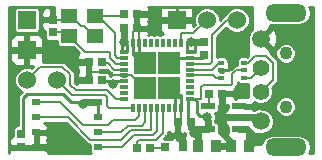
<source format=gtl>
G04 #@! TF.FileFunction,Copper,L1,Top,Signal*
%FSLAX46Y46*%
G04 Gerber Fmt 4.6, Leading zero omitted, Abs format (unit mm)*
G04 Created by KiCad (PCBNEW 4.0.2+dfsg1-stable) date Thu 01 Sep 2016 08:28:52 AM JST*
%MOMM*%
G01*
G04 APERTURE LIST*
%ADD10C,0.150000*%
%ADD11R,1.524000X1.524000*%
%ADD12C,1.524000*%
%ADD13R,0.500380X0.398780*%
%ADD14R,0.749300X0.500380*%
%ADD15R,1.198880X0.548640*%
%ADD16R,0.797560X0.797560*%
%ADD17O,3.500120X1.501140*%
%ADD18C,1.399540*%
%ADD19C,1.518920*%
%ADD20C,1.099820*%
%ADD21R,1.905000X1.905000*%
%ADD22R,0.749300X0.299720*%
%ADD23R,0.299720X0.749300*%
%ADD24R,1.397000X1.193800*%
%ADD25R,0.698500X0.800100*%
%ADD26R,0.800100X0.698500*%
%ADD27R,0.899160X1.000760*%
%ADD28C,0.800100*%
%ADD29C,0.200660*%
%ADD30C,0.599440*%
%ADD31C,0.294640*%
%ADD32C,0.248920*%
%ADD33C,0.254000*%
G04 APERTURE END LIST*
D10*
D11*
X-7112000Y5080000D03*
D12*
X-4572000Y5080000D03*
X-2032000Y5080000D03*
D13*
X-3337560Y1463040D03*
X-3337560Y812800D03*
X-3337560Y162560D03*
X-1437640Y162560D03*
X-1437640Y812800D03*
X-1437640Y1463040D03*
D14*
X-13759180Y-3175000D03*
X-13759180Y-1905000D03*
X-13759180Y-4445000D03*
X-19006820Y-1905000D03*
X-19006820Y-3175000D03*
X-19006820Y-4445000D03*
X-19006820Y-5715000D03*
X-13759180Y-5715000D03*
D12*
X-19812000Y0D03*
X-17272000Y0D03*
D11*
X-19812000Y5080000D03*
X-19812000Y2540000D03*
D15*
X-1851660Y-4124960D03*
X-1851660Y-3175000D03*
X-1851660Y-2225040D03*
X-4447540Y-2225040D03*
X-4449600Y-4125000D03*
D16*
X-8115300Y-5689600D03*
X-6616700Y-5689600D03*
D17*
X2100580Y5699760D03*
X2100580Y-5699760D03*
D18*
X0Y-1000760D03*
X0Y1000760D03*
D19*
X0Y-3500120D03*
X0Y3500120D03*
D20*
X2100580Y-2250440D03*
X2100580Y2250440D03*
D21*
X-9829800Y-660400D03*
X-7747000Y-660400D03*
X-7747000Y1422400D03*
D22*
X-11564620Y2382520D03*
X-11564620Y1882140D03*
X-11564620Y1381760D03*
X-11564620Y881380D03*
X-11564620Y381000D03*
X-11564620Y-119380D03*
X-11564620Y-619760D03*
X-11564620Y-1120140D03*
X-11564620Y-1620520D03*
D23*
X-10789920Y-2395220D03*
X-10289540Y-2395220D03*
X-9789160Y-2395220D03*
X-9288780Y-2395220D03*
X-8788400Y-2395220D03*
X-8288020Y-2395220D03*
X-7787640Y-2395220D03*
X-7287260Y-2395220D03*
X-6786880Y-2395220D03*
D22*
X-6012180Y-1620520D03*
X-6012180Y-1120140D03*
X-6012180Y-619760D03*
X-6012180Y-119380D03*
X-6012180Y381000D03*
X-6012180Y881380D03*
X-6012180Y1381760D03*
X-6012180Y1882140D03*
X-6012180Y2382520D03*
D23*
X-6786880Y3157220D03*
X-7287260Y3157220D03*
X-7787640Y3157220D03*
X-8288020Y3157220D03*
X-8788400Y3157220D03*
X-9288780Y3157220D03*
X-9789160Y3157220D03*
X-10289540Y3157220D03*
X-10789920Y3157220D03*
D21*
X-9829800Y1422400D03*
D24*
X-16212820Y3721100D03*
X-16212820Y5422900D03*
X-14013180Y5422900D03*
X-14013180Y3721100D03*
D25*
X-20320000Y-5679440D03*
X-20320000Y-4582160D03*
D26*
X-4358640Y-1168400D03*
X-3261360Y-1168400D03*
D25*
X-17627600Y4023360D03*
X-17627600Y5120640D03*
D26*
X-14569440Y0D03*
X-13472160Y0D03*
X-10525760Y4368800D03*
X-11623040Y4368800D03*
X-7025640Y-3556000D03*
X-5928360Y-3556000D03*
D25*
X-4800600Y2092960D03*
X-4800600Y3190240D03*
D26*
X-11623040Y5588000D03*
X-10525760Y5588000D03*
X-13472160Y1524000D03*
X-14569440Y1524000D03*
X-9382760Y-5740400D03*
X-10480040Y-5740400D03*
D27*
X-5323840Y-5588000D03*
X-3820160Y-5588000D03*
X-1026160Y-5588000D03*
X-2529840Y-5588000D03*
D28*
X-18046700Y-5727700D03*
X-7772400Y1397000D03*
X-7772400Y-635000D03*
X-9804400Y-635000D03*
X-9804400Y1397000D03*
X-6832600Y-4914900D03*
X-5918200Y3200400D03*
X-4521200Y-3149600D03*
X-15036800Y-2032000D03*
X-5689600Y-4521200D03*
X-11582400Y3200400D03*
X-12542520Y-325120D03*
D29*
X-9789160Y-3583940D02*
X-10058400Y-3853180D01*
X-10058400Y-3853180D02*
X-11219180Y-3853180D01*
X-11219180Y-3853180D02*
X-11811000Y-4445000D01*
X-11811000Y-4445000D02*
X-13759180Y-4445000D01*
X-9789160Y-2395220D02*
X-9789160Y-3583940D01*
X-3566160Y1463040D02*
X-4147820Y881380D01*
X-4147820Y881380D02*
X-6012180Y881380D01*
X-3337560Y1463040D02*
X-3566160Y1463040D01*
X-1076960Y1463040D02*
X-482600Y2057400D01*
X-482600Y2057400D02*
X457200Y2057400D01*
X457200Y2057400D02*
X1041400Y1473200D01*
X1041400Y1473200D02*
X1041400Y40640D01*
X1041400Y40640D02*
X0Y-1000760D01*
X-1437640Y1463040D02*
X-1076960Y1463040D01*
X-4038600Y381000D02*
X-3820160Y162560D01*
X-3820160Y162560D02*
X-3337560Y162560D01*
X-6012180Y381000D02*
X-4038600Y381000D01*
X-838200Y162560D02*
X0Y1000760D01*
X-1437640Y162560D02*
X-838200Y162560D01*
X-8288020Y-4478020D02*
X-8890000Y-5080000D01*
X-8890000Y-5080000D02*
X-10287000Y-5080000D01*
X-10287000Y-5080000D02*
X-10480040Y-5273040D01*
X-10480040Y-5273040D02*
X-10480040Y-5740400D01*
X-8288020Y-2395220D02*
X-8288020Y-4478020D01*
X-9288780Y-4203700D02*
X-9347200Y-4262120D01*
X-9347200Y-4262120D02*
X-11018520Y-4262120D01*
X-11018520Y-4262120D02*
X-11836400Y-5080000D01*
X-11836400Y-5080000D02*
X-14427200Y-5080000D01*
X-14427200Y-5080000D02*
X-16332200Y-3175000D01*
X-16332200Y-3175000D02*
X-19006820Y-3175000D01*
X-9288780Y-2395220D02*
X-9288780Y-4203700D01*
X-8788400Y-4343400D02*
X-9116060Y-4671060D01*
X-9116060Y-4671060D02*
X-10716260Y-4671060D01*
X-10716260Y-4671060D02*
X-11760200Y-5715000D01*
X-11760200Y-5715000D02*
X-13759180Y-5715000D01*
X-8788400Y-2395220D02*
X-8788400Y-4343400D01*
X-12412980Y881380D02*
X-12954000Y1422400D01*
X-12954000Y1422400D02*
X-13370560Y1422400D01*
X-13370560Y1422400D02*
X-13472160Y1524000D01*
X-11564620Y881380D02*
X-12412980Y881380D01*
X-10289540Y-3065780D02*
X-10627360Y-3403600D01*
X-10627360Y-3403600D02*
X-12547600Y-3403600D01*
X-12547600Y-3403600D02*
X-12954000Y-3810000D01*
X-12954000Y-3810000D02*
X-15087600Y-3810000D01*
X-15087600Y-3810000D02*
X-16992600Y-1905000D01*
X-16992600Y-1905000D02*
X-19006820Y-1905000D01*
X-10289540Y-2395220D02*
X-10289540Y-3065780D01*
X-13804900Y5422900D02*
X-12341860Y3959860D01*
X-12341860Y3959860D02*
X-12341860Y2080260D01*
X-12341860Y2080260D02*
X-12143740Y1882140D01*
X-12143740Y1882140D02*
X-11564620Y1882140D01*
X-14013180Y5422900D02*
X-13804900Y5422900D01*
X-11788140Y5422900D02*
X-11623040Y5588000D01*
X-14013180Y5422900D02*
X-11788140Y5422900D01*
X-16040100Y3721100D02*
X-16179800Y3860800D01*
X-16179800Y3860800D02*
X-16179800Y3657600D01*
X-16179800Y3657600D02*
X-14859000Y2336800D01*
X-14859000Y2336800D02*
X-12750800Y2336800D01*
X-12750800Y2336800D02*
X-12750800Y2336800D01*
X-12750800Y2336800D02*
X-12750800Y1828800D01*
X-12750800Y1828800D02*
X-12303760Y1381760D01*
X-12303760Y1381760D02*
X-11564620Y1381760D01*
X-16212820Y3721100D02*
X-16040100Y3721100D01*
X-16489680Y4023360D02*
X-16212820Y3721100D01*
X-17627600Y4023360D02*
X-16489680Y4023360D01*
X-12247880Y-1620520D02*
X-13007340Y-861060D01*
X-13007340Y-861060D02*
X-15674340Y-861060D01*
X-15674340Y-861060D02*
X-16141700Y-393700D01*
X-16141700Y-393700D02*
X-16141700Y469900D01*
X-16141700Y469900D02*
X-16802100Y1130300D01*
X-16802100Y1130300D02*
X-18681700Y1130300D01*
X-18681700Y1130300D02*
X-19812000Y0D01*
X-11564620Y-1620520D02*
X-12247880Y-1620520D01*
X-12844780Y-2395220D02*
X-13004800Y-2235200D01*
X-13004800Y-2235200D02*
X-13004800Y-1473200D01*
X-13004800Y-1473200D02*
X-13208000Y-1270000D01*
X-13208000Y-1270000D02*
X-16002000Y-1270000D01*
X-16002000Y-1270000D02*
X-17272000Y0D01*
X-10789920Y-2395220D02*
X-12844780Y-2395220D01*
X-6786880Y3881120D02*
X-6731000Y3937000D01*
X-6731000Y3937000D02*
X-5715000Y3937000D01*
X-5715000Y3937000D02*
X-4572000Y5080000D01*
X-6786880Y3157220D02*
X-6786880Y3881120D01*
X-4282440Y1381760D02*
X-4127500Y1536700D01*
X-4127500Y1536700D02*
X-4127500Y3848100D01*
X-4127500Y3848100D02*
X-2895600Y5080000D01*
X-2895600Y5080000D02*
X-2032000Y5080000D01*
X-6012180Y1381760D02*
X-4282440Y1381760D01*
D30*
X-1209040Y-4124960D02*
X-558800Y-4775200D01*
X-558800Y-4775200D02*
X152400Y-4775200D01*
X-1831340Y-4124960D02*
X-1209040Y-4124960D01*
X-965200Y-5588000D02*
X-609600Y-5232400D01*
X-609600Y-5232400D02*
X-101600Y-5232400D01*
X-1026160Y-5588000D02*
X-965200Y-5588000D01*
X-1209040Y-4124960D02*
X-1831340Y-4124960D01*
X-1026160Y-4307840D02*
X-1209040Y-4124960D01*
X-1026160Y-5588000D02*
X-1026160Y-4307840D01*
D29*
X-1209040Y-4124960D02*
X-1831340Y-4124960D01*
X535940Y-2225040D02*
X1295400Y-2984500D01*
X1295400Y-2984500D02*
X1295400Y-4292600D01*
X1295400Y-4292600D02*
X965200Y-4622800D01*
X965200Y-4622800D02*
X-711200Y-4622800D01*
X-711200Y-4622800D02*
X-1209040Y-4124960D01*
X-1831340Y-2225040D02*
X535940Y-2225040D01*
X-11564620Y381000D02*
X-10971200Y381000D01*
X-10971200Y381000D02*
X-9929800Y-660400D01*
D30*
X-3237700Y-3137700D02*
X-3237700Y-4562300D01*
X-3237700Y-4562300D02*
X-2529840Y-5270160D01*
X-2529840Y-5270160D02*
X-2529840Y-5588000D01*
D29*
X-19042380Y-5679440D02*
X-19006820Y-5643880D01*
X-19006820Y-5643880D02*
X-19006820Y-4445000D01*
X-20320000Y-5679440D02*
X-19042380Y-5679440D01*
X-12522200Y381000D02*
X-12852400Y711200D01*
X-12852400Y711200D02*
X-14579600Y711200D01*
X-14579600Y711200D02*
X-14569440Y721360D01*
X-14569440Y721360D02*
X-14569440Y1524000D01*
X-11564620Y381000D02*
X-12522200Y381000D01*
X-14569440Y0D02*
X-14569440Y721360D01*
X-7287260Y-3294380D02*
X-7025640Y-3556000D01*
X-7287260Y-2395220D02*
X-7287260Y-3294380D01*
X-6786880Y-3317240D02*
X-7025640Y-3556000D01*
X-6786880Y-2395220D02*
X-6786880Y-3317240D01*
X-10789920Y4104640D02*
X-10525760Y4368800D01*
X-10789920Y3157220D02*
X-10789920Y4104640D01*
X-10289540Y4132580D02*
X-10525760Y4368800D01*
X-10289540Y3157220D02*
X-10289540Y4132580D01*
X-7025640Y-4378960D02*
X-6616700Y-4787900D01*
X-7025640Y-3556000D02*
X-7025640Y-4378960D01*
X-16489680Y5120640D02*
X-16212820Y5422900D01*
X-17627600Y5120640D02*
X-16489680Y5120640D01*
X-16090900Y5422900D02*
X-15240000Y4572000D01*
X-15240000Y4572000D02*
X-14986000Y4572000D01*
X-14986000Y4572000D02*
X-14135100Y3721100D01*
X-14135100Y3721100D02*
X-14013180Y3721100D01*
X-16212820Y5422900D02*
X-15963900Y5422900D01*
D30*
X-325120Y-3175000D02*
X0Y-3500120D01*
X-1831340Y-3175000D02*
X-325120Y-3175000D01*
X-18046700Y-5727700D02*
X-18059400Y-5715000D01*
X-18059400Y-5715000D02*
X-19006820Y-5715000D01*
X-3261360Y-3114040D02*
X-3237700Y-3137700D01*
X-3237700Y-3137700D02*
X-3200400Y-3175000D01*
X-3200400Y-3175000D02*
X-1831340Y-3175000D01*
X-3261360Y-1168400D02*
X-3261360Y-3114040D01*
D31*
X-5011420Y1882140D02*
X-4800600Y2092960D01*
X-6012180Y1882140D02*
X-5011420Y1882140D01*
X-6012180Y1882140D02*
X-7287260Y1882140D01*
X-9575800Y2108200D02*
X-9150000Y2100000D01*
X-10795000Y2108200D02*
X-9575800Y2108200D01*
X-10789920Y3157220D02*
X-10795000Y2108200D01*
X-10289540Y1882140D02*
X-10300000Y700000D01*
X-10289540Y3157220D02*
X-10289540Y1882140D01*
X-7287260Y-2395220D02*
X-7287260Y-1120140D01*
X-6790000Y-1300000D02*
X-8350000Y-1300000D01*
X-6786880Y-1620520D02*
X-6790000Y-1300000D01*
X-6786880Y-2395220D02*
X-6786880Y-1620520D01*
X-7112000Y6197600D02*
X-7010400Y6197600D01*
X-7010400Y6197600D02*
X-1473200Y6197600D01*
X-1473200Y6197600D02*
X-914400Y5638800D01*
X-914400Y5638800D02*
X-914400Y4368800D01*
X-914400Y4368800D02*
X-2692400Y2590800D01*
X-2692400Y2590800D02*
X-2692400Y863600D01*
X-2692400Y863600D02*
X-2743200Y812800D01*
X-2743200Y812800D02*
X-3337560Y812800D01*
X-7112000Y5080000D02*
X-7112000Y6197600D01*
X-8737600Y5588000D02*
X-8534400Y5791200D01*
X-8534400Y5791200D02*
X-8534400Y6146800D01*
X-8534400Y6146800D02*
X-8483600Y6197600D01*
X-8483600Y6197600D02*
X-7112000Y6197600D01*
X-10525760Y5588000D02*
X-8737600Y5588000D01*
X-10525760Y5588000D02*
X-10525760Y4368800D01*
D29*
X-6616700Y-4787900D02*
X-6616700Y-5689600D01*
D30*
X-6616700Y-5130800D02*
X-6832600Y-4914900D01*
X-6616700Y-5689600D02*
X-6616700Y-5130800D01*
D29*
X-1437640Y812800D02*
X-2087200Y812800D01*
X-5120520Y-1620520D02*
X-6012180Y-1620520D01*
X-5100000Y-1600000D02*
X-5120520Y-1620520D01*
X-5100000Y-600000D02*
X-5100000Y-1600000D01*
X-4900000Y-400000D02*
X-5100000Y-600000D01*
X-2500000Y-400000D02*
X-4900000Y-400000D01*
X-2400000Y-300000D02*
X-2500000Y-400000D01*
X-2400000Y500000D02*
X-2400000Y-300000D01*
X-2087200Y812800D02*
X-2400000Y500000D01*
D31*
X-20116800Y-1524000D02*
X-20116800Y-4267200D01*
X-20116800Y-4267200D02*
X-20320000Y-4582160D01*
X-19812000Y-1219200D02*
X-20116800Y-1524000D01*
X-16764000Y-1219200D02*
X-19812000Y-1219200D01*
X-16078200Y-1905000D02*
X-16764000Y-1219200D01*
X-13759180Y-1905000D02*
X-16078200Y-1905000D01*
X-13759180Y-3175000D02*
X-13759180Y-1905000D01*
D30*
X-11582400Y3200400D02*
X-11623040Y3368040D01*
X-11623040Y3368040D02*
X-11623040Y4368800D01*
D31*
X-6177280Y-3307080D02*
X-5928360Y-3556000D01*
X-6177280Y-1633220D02*
X-6177280Y-3307080D01*
X-5567680Y-1620520D02*
X-5435600Y-1752600D01*
X-5435600Y-1752600D02*
X-5435600Y-2768600D01*
X-5435600Y-2768600D02*
X-5130800Y-3073400D01*
X-5130800Y-3073400D02*
X-4732020Y-3073400D01*
X-4732020Y-3073400D02*
X-4467860Y-3345180D01*
X-4467860Y-3345180D02*
X-4467860Y-4124960D01*
X-6012180Y-1620520D02*
X-5567680Y-1620520D01*
X-11328400Y3035300D02*
X-11582400Y3200400D01*
X-11328400Y2387600D02*
X-11328400Y3035300D01*
X-11549380Y2382520D02*
X-11328400Y2387600D01*
X-11564620Y2382520D02*
X-11549380Y2382520D01*
X-11772900Y2387600D02*
X-11772900Y4076700D01*
X-11772900Y4076700D02*
X-11623040Y4368800D01*
X-11564620Y2382520D02*
X-11772900Y2387600D01*
D30*
X-5857240Y-4124960D02*
X-5928360Y-4053840D01*
X-5928360Y-4053840D02*
X-5928360Y-3556000D01*
X-4467860Y-4124960D02*
X-5857240Y-4124960D01*
X-5323840Y-4160520D02*
X-5288280Y-4124960D01*
X-5288280Y-4124960D02*
X-4467860Y-4124960D01*
X-5323840Y-5588000D02*
X-5323840Y-4160520D01*
X-6088380Y3195320D02*
X-4800600Y3190240D01*
X-4467860Y-3558540D02*
X-4521200Y-3149600D01*
X-4467860Y-4124960D02*
X-4467860Y-3558540D01*
X-15036800Y-2032000D02*
X-14909800Y-1905000D01*
X-5323840Y-4485640D02*
X-5689600Y-4521200D01*
X-14909800Y-1905000D02*
X-13759180Y-1905000D01*
X-5323840Y-5588000D02*
X-5323840Y-4485640D01*
D31*
X-5615940Y2382520D02*
X-5593080Y2402840D01*
X-5593080Y2402840D02*
X-5593080Y3088640D01*
X-5593080Y3088640D02*
X-5491480Y3190240D01*
X-5491480Y3190240D02*
X-4800600Y3190240D01*
X-6012180Y2382520D02*
X-5615940Y2382520D01*
X-6024880Y2382520D02*
X-6240780Y2382520D01*
X-6240780Y2382520D02*
X-6240780Y3220720D01*
X-6240780Y3220720D02*
X-6210300Y3225800D01*
X-6210300Y3225800D02*
X-5918200Y3200400D01*
X-6012180Y2382520D02*
X-6024880Y2382520D01*
X-5323840Y-4485640D02*
X-5323840Y-5588000D01*
D30*
X-12537440Y-325120D02*
X-12542520Y-325120D01*
D29*
X-12331700Y-119380D02*
X-12537440Y-325120D01*
X-11564620Y-119380D02*
X-12331700Y-119380D01*
D31*
X-13352780Y-119380D02*
X-13472160Y0D01*
X-11564620Y-119380D02*
X-13352780Y-119380D01*
D29*
X-4358640Y-2115820D02*
X-4467860Y-2225040D01*
X-4358640Y-1168400D02*
X-4358640Y-2115820D01*
X-8166100Y-5740400D02*
X-8115300Y-5689600D01*
X-9382760Y-5740400D02*
X-8166100Y-5740400D01*
D32*
G36*
X-17543780Y6145604D02*
X-17543780Y5710555D01*
X-17498060Y5664835D01*
X-17498060Y5250180D01*
X-17478060Y5250180D01*
X-17478060Y5200965D01*
X-17543780Y5135245D01*
X-17543780Y4971100D01*
X-17757140Y4971100D01*
X-17757140Y4991100D01*
X-18451195Y4991100D01*
X-18609310Y4832985D01*
X-18609310Y4594786D01*
X-18513024Y4362330D01*
X-18335110Y4184416D01*
X-18308339Y4173327D01*
X-18308339Y3623310D01*
X-18285669Y3502828D01*
X-18214464Y3392172D01*
X-18105818Y3317938D01*
X-17976850Y3291821D01*
X-17278350Y3291821D01*
X-17242809Y3298508D01*
X-17242809Y3124200D01*
X-17220139Y3003718D01*
X-17148934Y2893062D01*
X-17040288Y2818828D01*
X-16911320Y2792711D01*
X-15916589Y2792711D01*
X-15430526Y2306648D01*
X-15505664Y2231510D01*
X-15601950Y1999054D01*
X-15601950Y1811655D01*
X-15443835Y1653540D01*
X-14698980Y1653540D01*
X-14698980Y1673540D01*
X-14439900Y1673540D01*
X-14439900Y1653540D01*
X-14419900Y1653540D01*
X-14419900Y1394460D01*
X-14439900Y1394460D01*
X-14439900Y129540D01*
X-14419900Y129540D01*
X-14419900Y-129540D01*
X-14439900Y-129540D01*
X-14439900Y-149540D01*
X-14698980Y-149540D01*
X-14698980Y-129540D01*
X-15443835Y-129540D01*
X-15601950Y-287655D01*
X-15601950Y-331773D01*
X-15716250Y-217472D01*
X-15716250Y469895D01*
X-15716249Y469900D01*
X-15744324Y611038D01*
X-15748635Y632713D01*
X-15840861Y770739D01*
X-15840864Y770741D01*
X-16306467Y1236345D01*
X-15601950Y1236345D01*
X-15601950Y1048946D01*
X-15505664Y816490D01*
X-15451174Y762000D01*
X-15505664Y707510D01*
X-15601950Y475054D01*
X-15601950Y287655D01*
X-15443835Y129540D01*
X-14698980Y129540D01*
X-14698980Y1394460D01*
X-15443835Y1394460D01*
X-15601950Y1236345D01*
X-16306467Y1236345D01*
X-16501261Y1431139D01*
X-16639287Y1523365D01*
X-16802100Y1555751D01*
X-16802105Y1555750D01*
X-18457489Y1555750D01*
X-18417540Y1652196D01*
X-18417540Y2252345D01*
X-18575655Y2410460D01*
X-19682460Y2410460D01*
X-19682460Y1303655D01*
X-19524345Y1145540D01*
X-19268137Y1145540D01*
X-19405397Y1008280D01*
X-19594810Y1086931D01*
X-20027293Y1087308D01*
X-20427000Y922153D01*
X-20733078Y616608D01*
X-20898931Y217190D01*
X-20899308Y-215293D01*
X-20734153Y-615000D01*
X-20428608Y-921078D01*
X-20254362Y-993431D01*
X-20450866Y-1189934D01*
X-20553278Y-1343205D01*
X-20589241Y-1524000D01*
X-20589240Y-1524005D01*
X-20589240Y-3850621D01*
X-20669250Y-3850621D01*
X-20789732Y-3873291D01*
X-20900388Y-3944496D01*
X-20974622Y-4053142D01*
X-21000739Y-4182110D01*
X-21000739Y-4732127D01*
X-21027510Y-4743216D01*
X-21205424Y-4921130D01*
X-21301710Y-5153586D01*
X-21301710Y-5391785D01*
X-21143595Y-5549900D01*
X-20449540Y-5549900D01*
X-20449540Y-5529900D01*
X-20190460Y-5529900D01*
X-20190460Y-5549900D01*
X-19895820Y-5549900D01*
X-19855815Y-5589905D01*
X-19136360Y-5589905D01*
X-19136360Y-4570095D01*
X-18877280Y-4570095D01*
X-18877280Y-5589905D01*
X-18157825Y-5589905D01*
X-17999710Y-5431790D01*
X-17999710Y-5339006D01*
X-18095996Y-5106550D01*
X-18122546Y-5080000D01*
X-18095996Y-5053450D01*
X-17999710Y-4820994D01*
X-17999710Y-4728210D01*
X-18157825Y-4570095D01*
X-18877280Y-4570095D01*
X-19136360Y-4570095D01*
X-19156360Y-4570095D01*
X-19156360Y-4319905D01*
X-19136360Y-4319905D01*
X-19136360Y-4295460D01*
X-18877280Y-4295460D01*
X-18877280Y-4319905D01*
X-18157825Y-4319905D01*
X-17999710Y-4161790D01*
X-17999710Y-4069006D01*
X-18095996Y-3836550D01*
X-18273910Y-3658636D01*
X-18370771Y-3618515D01*
X-18358428Y-3600450D01*
X-16508428Y-3600450D01*
X-14728041Y-5380836D01*
X-14728039Y-5380839D01*
X-14640155Y-5439561D01*
X-14590013Y-5473065D01*
X-14465319Y-5497869D01*
X-14465319Y-5965190D01*
X-14442649Y-6085672D01*
X-14371444Y-6196328D01*
X-14360289Y-6203950D01*
X-18046498Y-6203950D01*
X-17999710Y-6090994D01*
X-17999710Y-5998210D01*
X-18157825Y-5840095D01*
X-18877280Y-5840095D01*
X-18877280Y-5864540D01*
X-19136360Y-5864540D01*
X-19136360Y-5840095D01*
X-19465290Y-5840095D01*
X-19496405Y-5808980D01*
X-20190460Y-5808980D01*
X-20190460Y-5828980D01*
X-20449540Y-5828980D01*
X-20449540Y-5808980D01*
X-21143595Y-5808980D01*
X-21301710Y-5967095D01*
X-21301710Y-6203950D01*
X-21309330Y-6203950D01*
X-21309330Y2252345D01*
X-21206460Y2252345D01*
X-21206460Y1652196D01*
X-21110174Y1419740D01*
X-20932260Y1241826D01*
X-20699804Y1145540D01*
X-20099655Y1145540D01*
X-19941540Y1303655D01*
X-19941540Y2410460D01*
X-21048345Y2410460D01*
X-21206460Y2252345D01*
X-21309330Y2252345D01*
X-21309330Y3427804D01*
X-21206460Y3427804D01*
X-21206460Y2827655D01*
X-21048345Y2669540D01*
X-19941540Y2669540D01*
X-19941540Y3776345D01*
X-19682460Y3776345D01*
X-19682460Y2669540D01*
X-18575655Y2669540D01*
X-18417540Y2827655D01*
X-18417540Y3427804D01*
X-18513826Y3660260D01*
X-18691740Y3838174D01*
X-18924196Y3934460D01*
X-19524345Y3934460D01*
X-19682460Y3776345D01*
X-19941540Y3776345D01*
X-20099655Y3934460D01*
X-20699804Y3934460D01*
X-20932260Y3838174D01*
X-21110174Y3660260D01*
X-21206460Y3427804D01*
X-21309330Y3427804D01*
X-21309330Y5842000D01*
X-20905489Y5842000D01*
X-20905489Y4318000D01*
X-20882819Y4197518D01*
X-20811614Y4086862D01*
X-20702968Y4012628D01*
X-20574000Y3986511D01*
X-19050000Y3986511D01*
X-18929518Y4009181D01*
X-18818862Y4080386D01*
X-18744628Y4189032D01*
X-18718511Y4318000D01*
X-18718511Y5646494D01*
X-18609310Y5646494D01*
X-18609310Y5408295D01*
X-18451195Y5250180D01*
X-17757140Y5250180D01*
X-17757140Y5995035D01*
X-17915255Y6153150D01*
X-18102654Y6153150D01*
X-18335110Y6056864D01*
X-18513024Y5878950D01*
X-18609310Y5646494D01*
X-18718511Y5646494D01*
X-18718511Y5842000D01*
X-18741181Y5962482D01*
X-18812386Y6073138D01*
X-18921032Y6147372D01*
X-19050000Y6173489D01*
X-20574000Y6173489D01*
X-20694482Y6150819D01*
X-20805138Y6079614D01*
X-20879372Y5970968D01*
X-20905489Y5842000D01*
X-21309330Y5842000D01*
X-21309330Y6196330D01*
X-17522769Y6196330D01*
X-17543780Y6145604D01*
X-17543780Y6145604D01*
G37*
X-17543780Y6145604D02*
X-17543780Y5710555D01*
X-17498060Y5664835D01*
X-17498060Y5250180D01*
X-17478060Y5250180D01*
X-17478060Y5200965D01*
X-17543780Y5135245D01*
X-17543780Y4971100D01*
X-17757140Y4971100D01*
X-17757140Y4991100D01*
X-18451195Y4991100D01*
X-18609310Y4832985D01*
X-18609310Y4594786D01*
X-18513024Y4362330D01*
X-18335110Y4184416D01*
X-18308339Y4173327D01*
X-18308339Y3623310D01*
X-18285669Y3502828D01*
X-18214464Y3392172D01*
X-18105818Y3317938D01*
X-17976850Y3291821D01*
X-17278350Y3291821D01*
X-17242809Y3298508D01*
X-17242809Y3124200D01*
X-17220139Y3003718D01*
X-17148934Y2893062D01*
X-17040288Y2818828D01*
X-16911320Y2792711D01*
X-15916589Y2792711D01*
X-15430526Y2306648D01*
X-15505664Y2231510D01*
X-15601950Y1999054D01*
X-15601950Y1811655D01*
X-15443835Y1653540D01*
X-14698980Y1653540D01*
X-14698980Y1673540D01*
X-14439900Y1673540D01*
X-14439900Y1653540D01*
X-14419900Y1653540D01*
X-14419900Y1394460D01*
X-14439900Y1394460D01*
X-14439900Y129540D01*
X-14419900Y129540D01*
X-14419900Y-129540D01*
X-14439900Y-129540D01*
X-14439900Y-149540D01*
X-14698980Y-149540D01*
X-14698980Y-129540D01*
X-15443835Y-129540D01*
X-15601950Y-287655D01*
X-15601950Y-331773D01*
X-15716250Y-217472D01*
X-15716250Y469895D01*
X-15716249Y469900D01*
X-15744324Y611038D01*
X-15748635Y632713D01*
X-15840861Y770739D01*
X-15840864Y770741D01*
X-16306467Y1236345D01*
X-15601950Y1236345D01*
X-15601950Y1048946D01*
X-15505664Y816490D01*
X-15451174Y762000D01*
X-15505664Y707510D01*
X-15601950Y475054D01*
X-15601950Y287655D01*
X-15443835Y129540D01*
X-14698980Y129540D01*
X-14698980Y1394460D01*
X-15443835Y1394460D01*
X-15601950Y1236345D01*
X-16306467Y1236345D01*
X-16501261Y1431139D01*
X-16639287Y1523365D01*
X-16802100Y1555751D01*
X-16802105Y1555750D01*
X-18457489Y1555750D01*
X-18417540Y1652196D01*
X-18417540Y2252345D01*
X-18575655Y2410460D01*
X-19682460Y2410460D01*
X-19682460Y1303655D01*
X-19524345Y1145540D01*
X-19268137Y1145540D01*
X-19405397Y1008280D01*
X-19594810Y1086931D01*
X-20027293Y1087308D01*
X-20427000Y922153D01*
X-20733078Y616608D01*
X-20898931Y217190D01*
X-20899308Y-215293D01*
X-20734153Y-615000D01*
X-20428608Y-921078D01*
X-20254362Y-993431D01*
X-20450866Y-1189934D01*
X-20553278Y-1343205D01*
X-20589241Y-1524000D01*
X-20589240Y-1524005D01*
X-20589240Y-3850621D01*
X-20669250Y-3850621D01*
X-20789732Y-3873291D01*
X-20900388Y-3944496D01*
X-20974622Y-4053142D01*
X-21000739Y-4182110D01*
X-21000739Y-4732127D01*
X-21027510Y-4743216D01*
X-21205424Y-4921130D01*
X-21301710Y-5153586D01*
X-21301710Y-5391785D01*
X-21143595Y-5549900D01*
X-20449540Y-5549900D01*
X-20449540Y-5529900D01*
X-20190460Y-5529900D01*
X-20190460Y-5549900D01*
X-19895820Y-5549900D01*
X-19855815Y-5589905D01*
X-19136360Y-5589905D01*
X-19136360Y-4570095D01*
X-18877280Y-4570095D01*
X-18877280Y-5589905D01*
X-18157825Y-5589905D01*
X-17999710Y-5431790D01*
X-17999710Y-5339006D01*
X-18095996Y-5106550D01*
X-18122546Y-5080000D01*
X-18095996Y-5053450D01*
X-17999710Y-4820994D01*
X-17999710Y-4728210D01*
X-18157825Y-4570095D01*
X-18877280Y-4570095D01*
X-19136360Y-4570095D01*
X-19156360Y-4570095D01*
X-19156360Y-4319905D01*
X-19136360Y-4319905D01*
X-19136360Y-4295460D01*
X-18877280Y-4295460D01*
X-18877280Y-4319905D01*
X-18157825Y-4319905D01*
X-17999710Y-4161790D01*
X-17999710Y-4069006D01*
X-18095996Y-3836550D01*
X-18273910Y-3658636D01*
X-18370771Y-3618515D01*
X-18358428Y-3600450D01*
X-16508428Y-3600450D01*
X-14728041Y-5380836D01*
X-14728039Y-5380839D01*
X-14640155Y-5439561D01*
X-14590013Y-5473065D01*
X-14465319Y-5497869D01*
X-14465319Y-5965190D01*
X-14442649Y-6085672D01*
X-14371444Y-6196328D01*
X-14360289Y-6203950D01*
X-18046498Y-6203950D01*
X-17999710Y-6090994D01*
X-17999710Y-5998210D01*
X-18157825Y-5840095D01*
X-18877280Y-5840095D01*
X-18877280Y-5864540D01*
X-19136360Y-5864540D01*
X-19136360Y-5840095D01*
X-19465290Y-5840095D01*
X-19496405Y-5808980D01*
X-20190460Y-5808980D01*
X-20190460Y-5828980D01*
X-20449540Y-5828980D01*
X-20449540Y-5808980D01*
X-21143595Y-5808980D01*
X-21301710Y-5967095D01*
X-21301710Y-6203950D01*
X-21309330Y-6203950D01*
X-21309330Y2252345D01*
X-21206460Y2252345D01*
X-21206460Y1652196D01*
X-21110174Y1419740D01*
X-20932260Y1241826D01*
X-20699804Y1145540D01*
X-20099655Y1145540D01*
X-19941540Y1303655D01*
X-19941540Y2410460D01*
X-21048345Y2410460D01*
X-21206460Y2252345D01*
X-21309330Y2252345D01*
X-21309330Y3427804D01*
X-21206460Y3427804D01*
X-21206460Y2827655D01*
X-21048345Y2669540D01*
X-19941540Y2669540D01*
X-19941540Y3776345D01*
X-19682460Y3776345D01*
X-19682460Y2669540D01*
X-18575655Y2669540D01*
X-18417540Y2827655D01*
X-18417540Y3427804D01*
X-18513826Y3660260D01*
X-18691740Y3838174D01*
X-18924196Y3934460D01*
X-19524345Y3934460D01*
X-19682460Y3776345D01*
X-19941540Y3776345D01*
X-20099655Y3934460D01*
X-20699804Y3934460D01*
X-20932260Y3838174D01*
X-21110174Y3660260D01*
X-21206460Y3427804D01*
X-21309330Y3427804D01*
X-21309330Y5842000D01*
X-20905489Y5842000D01*
X-20905489Y4318000D01*
X-20882819Y4197518D01*
X-20811614Y4086862D01*
X-20702968Y4012628D01*
X-20574000Y3986511D01*
X-19050000Y3986511D01*
X-18929518Y4009181D01*
X-18818862Y4080386D01*
X-18744628Y4189032D01*
X-18718511Y4318000D01*
X-18718511Y5646494D01*
X-18609310Y5646494D01*
X-18609310Y5408295D01*
X-18451195Y5250180D01*
X-17757140Y5250180D01*
X-17757140Y5995035D01*
X-17915255Y6153150D01*
X-18102654Y6153150D01*
X-18335110Y6056864D01*
X-18513024Y5878950D01*
X-18609310Y5646494D01*
X-18718511Y5646494D01*
X-18718511Y5842000D01*
X-18741181Y5962482D01*
X-18812386Y6073138D01*
X-18921032Y6147372D01*
X-19050000Y6173489D01*
X-20574000Y6173489D01*
X-20694482Y6150819D01*
X-20805138Y6079614D01*
X-20879372Y5970968D01*
X-20905489Y5842000D01*
X-21309330Y5842000D01*
X-21309330Y6196330D01*
X-17522769Y6196330D01*
X-17543780Y6145604D01*
G36*
X-6896100Y-3426460D02*
X-6876100Y-3426460D01*
X-6876100Y-3685540D01*
X-6896100Y-3685540D01*
X-6896100Y-4379595D01*
X-6737985Y-4537710D01*
X-6499786Y-4537710D01*
X-6414754Y-4502489D01*
X-6414896Y-4664812D01*
X-6391681Y-4720996D01*
X-6487160Y-4816475D01*
X-6487160Y-5560060D01*
X-6467160Y-5560060D01*
X-6467160Y-5819140D01*
X-6487160Y-5819140D01*
X-6487160Y-5839140D01*
X-6746240Y-5839140D01*
X-6746240Y-5819140D01*
X-6766240Y-5819140D01*
X-6766240Y-5560060D01*
X-6746240Y-5560060D01*
X-6746240Y-4816475D01*
X-6904355Y-4658360D01*
X-7141284Y-4658360D01*
X-7373740Y-4754646D01*
X-7551654Y-4932560D01*
X-7576647Y-4992899D01*
X-7587552Y-4985448D01*
X-7716520Y-4959331D01*
X-8167654Y-4959331D01*
X-7987184Y-4778861D01*
X-7987181Y-4778859D01*
X-7894955Y-4640833D01*
X-7862570Y-4478020D01*
X-7862570Y-4362804D01*
X-7783950Y-4441424D01*
X-7551494Y-4537710D01*
X-7313295Y-4537710D01*
X-7155180Y-4379595D01*
X-7155180Y-3685540D01*
X-7175180Y-3685540D01*
X-7175180Y-3426460D01*
X-7155180Y-3426460D01*
X-7155180Y-3406460D01*
X-6896100Y-3406460D01*
X-6896100Y-3426460D01*
X-6896100Y-3426460D01*
G37*
X-6896100Y-3426460D02*
X-6876100Y-3426460D01*
X-6876100Y-3685540D01*
X-6896100Y-3685540D01*
X-6896100Y-4379595D01*
X-6737985Y-4537710D01*
X-6499786Y-4537710D01*
X-6414754Y-4502489D01*
X-6414896Y-4664812D01*
X-6391681Y-4720996D01*
X-6487160Y-4816475D01*
X-6487160Y-5560060D01*
X-6467160Y-5560060D01*
X-6467160Y-5819140D01*
X-6487160Y-5819140D01*
X-6487160Y-5839140D01*
X-6746240Y-5839140D01*
X-6746240Y-5819140D01*
X-6766240Y-5819140D01*
X-6766240Y-5560060D01*
X-6746240Y-5560060D01*
X-6746240Y-4816475D01*
X-6904355Y-4658360D01*
X-7141284Y-4658360D01*
X-7373740Y-4754646D01*
X-7551654Y-4932560D01*
X-7576647Y-4992899D01*
X-7587552Y-4985448D01*
X-7716520Y-4959331D01*
X-8167654Y-4959331D01*
X-7987184Y-4778861D01*
X-7987181Y-4778859D01*
X-7894955Y-4640833D01*
X-7862570Y-4478020D01*
X-7862570Y-4362804D01*
X-7783950Y-4441424D01*
X-7551494Y-4537710D01*
X-7313295Y-4537710D01*
X-7155180Y-4379595D01*
X-7155180Y-3685540D01*
X-7175180Y-3685540D01*
X-7175180Y-3426460D01*
X-7155180Y-3426460D01*
X-7155180Y-3406460D01*
X-6896100Y-3406460D01*
X-6896100Y-3426460D01*
G36*
X-3690620Y-5458460D02*
X-2659380Y-5458460D01*
X-2659380Y-5438460D01*
X-2400300Y-5438460D01*
X-2400300Y-5458460D01*
X-2380300Y-5458460D01*
X-2380300Y-5717540D01*
X-2400300Y-5717540D01*
X-2400300Y-5737540D01*
X-2659380Y-5737540D01*
X-2659380Y-5717540D01*
X-3690620Y-5717540D01*
X-3690620Y-5737540D01*
X-3949700Y-5737540D01*
X-3949700Y-5717540D01*
X-3969700Y-5717540D01*
X-3969700Y-5458460D01*
X-3949700Y-5458460D01*
X-3949700Y-5438460D01*
X-3690620Y-5438460D01*
X-3690620Y-5458460D01*
X-3690620Y-5458460D01*
G37*
X-3690620Y-5458460D02*
X-2659380Y-5458460D01*
X-2659380Y-5438460D01*
X-2400300Y-5438460D01*
X-2400300Y-5458460D01*
X-2380300Y-5458460D01*
X-2380300Y-5717540D01*
X-2400300Y-5717540D01*
X-2400300Y-5737540D01*
X-2659380Y-5737540D01*
X-2659380Y-5717540D01*
X-3690620Y-5717540D01*
X-3690620Y-5737540D01*
X-3949700Y-5737540D01*
X-3949700Y-5717540D01*
X-3969700Y-5717540D01*
X-3969700Y-5458460D01*
X-3949700Y-5458460D01*
X-3949700Y-5438460D01*
X-3690620Y-5438460D01*
X-3690620Y-5458460D01*
G36*
X-1925444Y-267968D02*
X-1816798Y-342202D01*
X-1687830Y-368319D01*
X-1187450Y-368319D01*
X-1089660Y-349919D01*
X-1089660Y-1450340D01*
X-1981200Y-1450340D01*
X-2029622Y-1460146D01*
X-2070414Y-1488018D01*
X-2097148Y-1529564D01*
X-2105660Y-1574738D01*
X-2105682Y-1619231D01*
X-2228850Y-1619231D01*
X-2228850Y-1456055D01*
X-2386965Y-1297940D01*
X-3131820Y-1297940D01*
X-3131820Y-1991995D01*
X-2973705Y-2150110D01*
X-2782589Y-2150110D01*
X-2782589Y-2353417D01*
X-2809360Y-2364506D01*
X-2987274Y-2542420D01*
X-3083560Y-2774876D01*
X-3083560Y-2887345D01*
X-2925445Y-3045460D01*
X-2106392Y-3045460D01*
X-2106521Y-3304540D01*
X-2925445Y-3304540D01*
X-3083560Y-3462655D01*
X-3083560Y-3575124D01*
X-2987274Y-3807580D01*
X-2809360Y-3985494D01*
X-2782589Y-3996583D01*
X-2782589Y-4399280D01*
X-2761547Y-4511108D01*
X-2817495Y-4455160D01*
X-3105224Y-4455160D01*
X-3175000Y-4484062D01*
X-3244776Y-4455160D01*
X-3529979Y-4455160D01*
X-3518671Y-4399320D01*
X-3518671Y-3850680D01*
X-3541341Y-3730198D01*
X-3612546Y-3619542D01*
X-3721192Y-3545308D01*
X-3850160Y-3519191D01*
X-3850847Y-3519191D01*
X-3850988Y-3518480D01*
X-3848268Y-3477724D01*
X-3854000Y-3433781D01*
X-3796156Y-3294478D01*
X-3795904Y-3005988D01*
X-3868270Y-2830849D01*
X-3848100Y-2830849D01*
X-3727618Y-2808179D01*
X-3616962Y-2736974D01*
X-3542728Y-2628328D01*
X-3516611Y-2499360D01*
X-3516611Y-2117706D01*
X-3390900Y-1991995D01*
X-3390900Y-1297940D01*
X-3410900Y-1297940D01*
X-3410900Y-1038860D01*
X-3390900Y-1038860D01*
X-3390900Y-1018860D01*
X-3131820Y-1018860D01*
X-3131820Y-1038860D01*
X-2386965Y-1038860D01*
X-2228850Y-880745D01*
X-2228850Y-720677D01*
X-2199161Y-700839D01*
X-2099164Y-600841D01*
X-2099161Y-600839D01*
X-2006935Y-462813D01*
X-1974550Y-300000D01*
X-1974550Y-191655D01*
X-1925444Y-267968D01*
X-1925444Y-267968D01*
G37*
X-1925444Y-267968D02*
X-1816798Y-342202D01*
X-1687830Y-368319D01*
X-1187450Y-368319D01*
X-1089660Y-349919D01*
X-1089660Y-1450340D01*
X-1981200Y-1450340D01*
X-2029622Y-1460146D01*
X-2070414Y-1488018D01*
X-2097148Y-1529564D01*
X-2105660Y-1574738D01*
X-2105682Y-1619231D01*
X-2228850Y-1619231D01*
X-2228850Y-1456055D01*
X-2386965Y-1297940D01*
X-3131820Y-1297940D01*
X-3131820Y-1991995D01*
X-2973705Y-2150110D01*
X-2782589Y-2150110D01*
X-2782589Y-2353417D01*
X-2809360Y-2364506D01*
X-2987274Y-2542420D01*
X-3083560Y-2774876D01*
X-3083560Y-2887345D01*
X-2925445Y-3045460D01*
X-2106392Y-3045460D01*
X-2106521Y-3304540D01*
X-2925445Y-3304540D01*
X-3083560Y-3462655D01*
X-3083560Y-3575124D01*
X-2987274Y-3807580D01*
X-2809360Y-3985494D01*
X-2782589Y-3996583D01*
X-2782589Y-4399280D01*
X-2761547Y-4511108D01*
X-2817495Y-4455160D01*
X-3105224Y-4455160D01*
X-3175000Y-4484062D01*
X-3244776Y-4455160D01*
X-3529979Y-4455160D01*
X-3518671Y-4399320D01*
X-3518671Y-3850680D01*
X-3541341Y-3730198D01*
X-3612546Y-3619542D01*
X-3721192Y-3545308D01*
X-3850160Y-3519191D01*
X-3850847Y-3519191D01*
X-3850988Y-3518480D01*
X-3848268Y-3477724D01*
X-3854000Y-3433781D01*
X-3796156Y-3294478D01*
X-3795904Y-3005988D01*
X-3868270Y-2830849D01*
X-3848100Y-2830849D01*
X-3727618Y-2808179D01*
X-3616962Y-2736974D01*
X-3542728Y-2628328D01*
X-3516611Y-2499360D01*
X-3516611Y-2117706D01*
X-3390900Y-1991995D01*
X-3390900Y-1297940D01*
X-3410900Y-1297940D01*
X-3410900Y-1038860D01*
X-3390900Y-1038860D01*
X-3390900Y-1018860D01*
X-3131820Y-1018860D01*
X-3131820Y-1038860D01*
X-2386965Y-1038860D01*
X-2228850Y-880745D01*
X-2228850Y-720677D01*
X-2199161Y-700839D01*
X-2099164Y-600841D01*
X-2099161Y-600839D01*
X-2006935Y-462813D01*
X-1974550Y-300000D01*
X-1974550Y-191655D01*
X-1925444Y-267968D01*
G36*
X-11415080Y361969D02*
X-11714160Y361969D01*
X-11714160Y400031D01*
X-11415080Y400031D01*
X-11415080Y361969D01*
X-11415080Y361969D01*
G37*
X-11415080Y361969D02*
X-11714160Y361969D01*
X-11714160Y400031D01*
X-11415080Y400031D01*
X-11415080Y361969D01*
G36*
X-12713821Y580544D02*
X-12713819Y580541D01*
X-12582697Y492928D01*
X-12575793Y488315D01*
X-12571730Y487507D01*
X-12571730Y400076D01*
X-12686132Y400176D01*
X-12745581Y375612D01*
X-12763291Y469732D01*
X-12834496Y580388D01*
X-12943142Y654622D01*
X-13072110Y680739D01*
X-13622127Y680739D01*
X-13633216Y707510D01*
X-13687706Y762000D01*
X-13633216Y816490D01*
X-13622127Y843261D01*
X-13072110Y843261D01*
X-12991674Y858396D01*
X-12713821Y580544D01*
X-12713821Y580544D01*
G37*
X-12713821Y580544D02*
X-12713819Y580541D01*
X-12582697Y492928D01*
X-12575793Y488315D01*
X-12571730Y487507D01*
X-12571730Y400076D01*
X-12686132Y400176D01*
X-12745581Y375612D01*
X-12763291Y469732D01*
X-12834496Y580388D01*
X-12943142Y654622D01*
X-13072110Y680739D01*
X-13622127Y680739D01*
X-13633216Y707510D01*
X-13687706Y762000D01*
X-13633216Y816490D01*
X-13622127Y843261D01*
X-13072110Y843261D01*
X-12991674Y858396D01*
X-12713821Y580544D01*
G36*
X-3212465Y912495D02*
X-3188020Y912495D01*
X-3188020Y713105D01*
X-3212465Y713105D01*
X-3212465Y693439D01*
X-3462655Y693439D01*
X-3462655Y713105D01*
X-3487100Y713105D01*
X-3487100Y912495D01*
X-3462655Y912495D01*
X-3462655Y932161D01*
X-3212465Y932161D01*
X-3212465Y912495D01*
X-3212465Y912495D01*
G37*
X-3212465Y912495D02*
X-3188020Y912495D01*
X-3188020Y713105D01*
X-3212465Y713105D01*
X-3212465Y693439D01*
X-3462655Y693439D01*
X-3462655Y713105D01*
X-3487100Y713105D01*
X-3487100Y912495D01*
X-3462655Y912495D01*
X-3462655Y932161D01*
X-3212465Y932161D01*
X-3212465Y912495D01*
G36*
X-8506460Y5967804D02*
X-8506460Y5367655D01*
X-8348345Y5209540D01*
X-7241540Y5209540D01*
X-7241540Y5229540D01*
X-6982460Y5229540D01*
X-6982460Y5209540D01*
X-5875655Y5209540D01*
X-5717540Y5367655D01*
X-5717540Y5967804D01*
X-5812198Y6196330D01*
X-784860Y6196330D01*
X-784860Y4249119D01*
X-918926Y4115287D01*
X-1084391Y3716803D01*
X-1084597Y3481308D01*
X-1089660Y3454400D01*
X-1089660Y2052018D01*
X-1154443Y1987235D01*
X-1187450Y1993919D01*
X-1687830Y1993919D01*
X-1808312Y1971249D01*
X-1918968Y1900044D01*
X-1993202Y1791398D01*
X-2019319Y1662430D01*
X-2019319Y1263650D01*
X-2014540Y1238250D01*
X-2087195Y1238250D01*
X-2087200Y1238251D01*
X-2250013Y1205865D01*
X-2388039Y1113639D01*
X-2559336Y942342D01*
X-2583178Y942342D01*
X-2454910Y1070610D01*
X-2454910Y1137994D01*
X-2551196Y1370450D01*
X-2729110Y1548364D01*
X-2755881Y1559453D01*
X-2755881Y1662430D01*
X-2778551Y1782912D01*
X-2849756Y1893568D01*
X-2958402Y1967802D01*
X-3087370Y1993919D01*
X-3587750Y1993919D01*
X-3702050Y1972412D01*
X-3702050Y3671872D01*
X-2931558Y4442365D01*
X-2648608Y4158922D01*
X-2249190Y3993069D01*
X-1816707Y3992692D01*
X-1417000Y4157847D01*
X-1110922Y4463392D01*
X-945069Y4862810D01*
X-944692Y5295293D01*
X-1109847Y5695000D01*
X-1415392Y6001078D01*
X-1814810Y6166931D01*
X-2247293Y6167308D01*
X-2647000Y6002153D01*
X-2953078Y5696608D01*
X-3044775Y5475778D01*
X-3058413Y5473065D01*
X-3196439Y5380839D01*
X-3196441Y5380836D01*
X-3484869Y5092408D01*
X-3484692Y5295293D01*
X-3649847Y5695000D01*
X-3955392Y6001078D01*
X-4354810Y6166931D01*
X-4787293Y6167308D01*
X-5187000Y6002153D01*
X-5493078Y5696608D01*
X-5658931Y5297190D01*
X-5659308Y4864707D01*
X-5580267Y4673411D01*
X-5717540Y4536138D01*
X-5717540Y4792345D01*
X-5875655Y4950460D01*
X-6982460Y4950460D01*
X-6982460Y4930460D01*
X-7241540Y4930460D01*
X-7241540Y4950460D01*
X-8348345Y4950460D01*
X-8506460Y4792345D01*
X-8506460Y4192196D01*
X-8410174Y3959740D01*
X-8313793Y3863359D01*
X-8437880Y3863359D01*
X-8541894Y3843788D01*
X-8638540Y3863359D01*
X-8938260Y3863359D01*
X-9042274Y3843788D01*
X-9138920Y3863359D01*
X-9438640Y3863359D01*
X-9511517Y3849646D01*
X-9493250Y3893746D01*
X-9493250Y4081145D01*
X-9651365Y4239260D01*
X-10396220Y4239260D01*
X-10396220Y4219260D01*
X-10655300Y4219260D01*
X-10655300Y4239260D01*
X-10675300Y4239260D01*
X-10675300Y4498340D01*
X-10655300Y4498340D01*
X-10655300Y5458460D01*
X-10396220Y5458460D01*
X-10396220Y4498340D01*
X-9651365Y4498340D01*
X-9493250Y4656455D01*
X-9493250Y4843854D01*
X-9548981Y4978400D01*
X-9493250Y5112946D01*
X-9493250Y5300345D01*
X-9651365Y5458460D01*
X-10396220Y5458460D01*
X-10655300Y5458460D01*
X-10675300Y5458460D01*
X-10675300Y5717540D01*
X-10655300Y5717540D01*
X-10655300Y5737540D01*
X-10396220Y5737540D01*
X-10396220Y5717540D01*
X-9651365Y5717540D01*
X-9493250Y5875655D01*
X-9493250Y6063054D01*
X-9548454Y6196330D01*
X-8411802Y6196330D01*
X-8506460Y5967804D01*
X-8506460Y5967804D01*
G37*
X-8506460Y5967804D02*
X-8506460Y5367655D01*
X-8348345Y5209540D01*
X-7241540Y5209540D01*
X-7241540Y5229540D01*
X-6982460Y5229540D01*
X-6982460Y5209540D01*
X-5875655Y5209540D01*
X-5717540Y5367655D01*
X-5717540Y5967804D01*
X-5812198Y6196330D01*
X-784860Y6196330D01*
X-784860Y4249119D01*
X-918926Y4115287D01*
X-1084391Y3716803D01*
X-1084597Y3481308D01*
X-1089660Y3454400D01*
X-1089660Y2052018D01*
X-1154443Y1987235D01*
X-1187450Y1993919D01*
X-1687830Y1993919D01*
X-1808312Y1971249D01*
X-1918968Y1900044D01*
X-1993202Y1791398D01*
X-2019319Y1662430D01*
X-2019319Y1263650D01*
X-2014540Y1238250D01*
X-2087195Y1238250D01*
X-2087200Y1238251D01*
X-2250013Y1205865D01*
X-2388039Y1113639D01*
X-2559336Y942342D01*
X-2583178Y942342D01*
X-2454910Y1070610D01*
X-2454910Y1137994D01*
X-2551196Y1370450D01*
X-2729110Y1548364D01*
X-2755881Y1559453D01*
X-2755881Y1662430D01*
X-2778551Y1782912D01*
X-2849756Y1893568D01*
X-2958402Y1967802D01*
X-3087370Y1993919D01*
X-3587750Y1993919D01*
X-3702050Y1972412D01*
X-3702050Y3671872D01*
X-2931558Y4442365D01*
X-2648608Y4158922D01*
X-2249190Y3993069D01*
X-1816707Y3992692D01*
X-1417000Y4157847D01*
X-1110922Y4463392D01*
X-945069Y4862810D01*
X-944692Y5295293D01*
X-1109847Y5695000D01*
X-1415392Y6001078D01*
X-1814810Y6166931D01*
X-2247293Y6167308D01*
X-2647000Y6002153D01*
X-2953078Y5696608D01*
X-3044775Y5475778D01*
X-3058413Y5473065D01*
X-3196439Y5380839D01*
X-3196441Y5380836D01*
X-3484869Y5092408D01*
X-3484692Y5295293D01*
X-3649847Y5695000D01*
X-3955392Y6001078D01*
X-4354810Y6166931D01*
X-4787293Y6167308D01*
X-5187000Y6002153D01*
X-5493078Y5696608D01*
X-5658931Y5297190D01*
X-5659308Y4864707D01*
X-5580267Y4673411D01*
X-5717540Y4536138D01*
X-5717540Y4792345D01*
X-5875655Y4950460D01*
X-6982460Y4950460D01*
X-6982460Y4930460D01*
X-7241540Y4930460D01*
X-7241540Y4950460D01*
X-8348345Y4950460D01*
X-8506460Y4792345D01*
X-8506460Y4192196D01*
X-8410174Y3959740D01*
X-8313793Y3863359D01*
X-8437880Y3863359D01*
X-8541894Y3843788D01*
X-8638540Y3863359D01*
X-8938260Y3863359D01*
X-9042274Y3843788D01*
X-9138920Y3863359D01*
X-9438640Y3863359D01*
X-9511517Y3849646D01*
X-9493250Y3893746D01*
X-9493250Y4081145D01*
X-9651365Y4239260D01*
X-10396220Y4239260D01*
X-10396220Y4219260D01*
X-10655300Y4219260D01*
X-10655300Y4239260D01*
X-10675300Y4239260D01*
X-10675300Y4498340D01*
X-10655300Y4498340D01*
X-10655300Y5458460D01*
X-10396220Y5458460D01*
X-10396220Y4498340D01*
X-9651365Y4498340D01*
X-9493250Y4656455D01*
X-9493250Y4843854D01*
X-9548981Y4978400D01*
X-9493250Y5112946D01*
X-9493250Y5300345D01*
X-9651365Y5458460D01*
X-10396220Y5458460D01*
X-10655300Y5458460D01*
X-10675300Y5458460D01*
X-10675300Y5717540D01*
X-10655300Y5717540D01*
X-10655300Y5737540D01*
X-10396220Y5737540D01*
X-10396220Y5717540D01*
X-9651365Y5717540D01*
X-9493250Y5875655D01*
X-9493250Y6063054D01*
X-9548454Y6196330D01*
X-8411802Y6196330D01*
X-8506460Y5967804D01*
G36*
X-5862640Y1863109D02*
X-6161720Y1863109D01*
X-6161720Y1901171D01*
X-5862640Y1901171D01*
X-5862640Y1863109D01*
X-5862640Y1863109D01*
G37*
X-5862640Y1863109D02*
X-6161720Y1863109D01*
X-6161720Y1901171D01*
X-5862640Y1901171D01*
X-5862640Y1863109D01*
G36*
X-4671060Y2222500D02*
X-4651060Y2222500D01*
X-4651060Y1963420D01*
X-4671060Y1963420D01*
X-4671060Y1943420D01*
X-4930140Y1943420D01*
X-4930140Y1963420D01*
X-4950140Y1963420D01*
X-4950140Y2222500D01*
X-4930140Y2222500D01*
X-4930140Y2242500D01*
X-4671060Y2242500D01*
X-4671060Y2222500D01*
X-4671060Y2222500D01*
G37*
X-4671060Y2222500D02*
X-4651060Y2222500D01*
X-4651060Y1963420D01*
X-4671060Y1963420D01*
X-4671060Y1943420D01*
X-4930140Y1943420D01*
X-4930140Y1963420D01*
X-4950140Y1963420D01*
X-4950140Y2222500D01*
X-4930140Y2222500D01*
X-4930140Y2242500D01*
X-4671060Y2242500D01*
X-4671060Y2222500D01*
G36*
X-13883640Y3850640D02*
X-13863640Y3850640D01*
X-13863640Y3591560D01*
X-13883640Y3591560D01*
X-13883640Y3571560D01*
X-14142720Y3571560D01*
X-14142720Y3591560D01*
X-14162720Y3591560D01*
X-14162720Y3850640D01*
X-14142720Y3850640D01*
X-14142720Y3870640D01*
X-13883640Y3870640D01*
X-13883640Y3850640D01*
X-13883640Y3850640D01*
G37*
X-13883640Y3850640D02*
X-13863640Y3850640D01*
X-13863640Y3591560D01*
X-13883640Y3591560D01*
X-13883640Y3571560D01*
X-14142720Y3571560D01*
X-14142720Y3591560D01*
X-14162720Y3591560D01*
X-14162720Y3850640D01*
X-14142720Y3850640D01*
X-14142720Y3870640D01*
X-13883640Y3870640D01*
X-13883640Y3850640D01*
G36*
X-16083280Y5552440D02*
X-16063280Y5552440D01*
X-16063280Y5293360D01*
X-16083280Y5293360D01*
X-16083280Y5273360D01*
X-16342360Y5273360D01*
X-16342360Y5293360D01*
X-16760825Y5293360D01*
X-16645890Y5408295D01*
X-16645890Y5552440D01*
X-16342360Y5552440D01*
X-16342360Y5572440D01*
X-16083280Y5572440D01*
X-16083280Y5552440D01*
X-16083280Y5552440D01*
G37*
X-16083280Y5552440D02*
X-16063280Y5552440D01*
X-16063280Y5293360D01*
X-16083280Y5293360D01*
X-16083280Y5273360D01*
X-16342360Y5273360D01*
X-16342360Y5293360D01*
X-16760825Y5293360D01*
X-16645890Y5408295D01*
X-16645890Y5552440D01*
X-16342360Y5552440D01*
X-16342360Y5572440D01*
X-16083280Y5572440D01*
X-16083280Y5552440D01*
D33*
G36*
X4423410Y-6201410D02*
X4077443Y-6201410D01*
X4136930Y-6112381D01*
X4219005Y-5699760D01*
X4136930Y-5287139D01*
X3903199Y-4937336D01*
X3553396Y-4703605D01*
X3140775Y-4621530D01*
X1060385Y-4621530D01*
X647764Y-4703605D01*
X297961Y-4937336D01*
X64230Y-5287139D01*
X29647Y-5460998D01*
X-100328Y-5460998D01*
X58420Y-5302250D01*
X58420Y-4961310D01*
X-38253Y-4727921D01*
X-179091Y-4587084D01*
X215293Y-4587428D01*
X615000Y-4422273D01*
X921078Y-4116728D01*
X1086931Y-3717310D01*
X1087308Y-3284827D01*
X922153Y-2885120D01*
X616608Y-2579042D01*
X243790Y-2424234D01*
X1222858Y-2424234D01*
X1356178Y-2746894D01*
X1602827Y-2993974D01*
X1925255Y-3127858D01*
X2274374Y-3128162D01*
X2597034Y-2994842D01*
X2844114Y-2748193D01*
X2977998Y-2425765D01*
X2978302Y-2076646D01*
X2844982Y-1753986D01*
X2598333Y-1506906D01*
X2275905Y-1373022D01*
X1926786Y-1372718D01*
X1604126Y-1506038D01*
X1357046Y-1752687D01*
X1223162Y-2075115D01*
X1222858Y-2424234D01*
X243790Y-2424234D01*
X217190Y-2413189D01*
X-215293Y-2412812D01*
X-541554Y-2547620D01*
X-617220Y-2547620D01*
X-617220Y-2510790D01*
X-775970Y-2352040D01*
X-1447800Y-2352040D01*
X-1447800Y-2098040D01*
X-775970Y-2098040D01*
X-626958Y-1949028D01*
X-610990Y-1945794D01*
X-569365Y-1917353D01*
X-548784Y-1885370D01*
X-205265Y-2028012D01*
X203472Y-2028368D01*
X581232Y-1872281D01*
X870505Y-1583512D01*
X1027252Y-1206025D01*
X1027608Y-797288D01*
X963616Y-642414D01*
X1344035Y-261995D01*
X1363508Y-232851D01*
X1436811Y-123145D01*
X1442216Y-95970D01*
X1469391Y40640D01*
X1469390Y40645D01*
X1469390Y1473195D01*
X1469391Y1473200D01*
X1436812Y1636984D01*
X1406026Y1683058D01*
X1363605Y1746546D01*
X1602827Y1506906D01*
X1925255Y1373022D01*
X2274374Y1372718D01*
X2597034Y1506038D01*
X2844114Y1752687D01*
X2977998Y2075115D01*
X2978302Y2424234D01*
X2844982Y2746894D01*
X2598333Y2993974D01*
X2275905Y3127858D01*
X1926786Y3128162D01*
X1604126Y2994842D01*
X1357046Y2748193D01*
X1223162Y2425765D01*
X1222858Y2076646D01*
X1352198Y1763618D01*
X1344035Y1775835D01*
X1344032Y1775837D01*
X759835Y2360035D01*
X753712Y2364126D01*
X798768Y2521747D01*
X0Y3320515D01*
X-14142Y3306372D01*
X-193747Y3485977D01*
X-179605Y3500120D01*
X179605Y3500120D01*
X978373Y2701352D01*
X1220294Y2770505D01*
X1406617Y3293030D01*
X1378795Y3847083D01*
X1220294Y4229735D01*
X978373Y4298888D01*
X179605Y3500120D01*
X-179605Y3500120D01*
X-193747Y3514262D01*
X-14142Y3693867D01*
X0Y3679725D01*
X798768Y4478493D01*
X739644Y4685329D01*
X1060385Y4621530D01*
X3140775Y4621530D01*
X3553396Y4703605D01*
X3903199Y4937336D01*
X4136930Y5287139D01*
X4219005Y5699760D01*
X4136930Y6112381D01*
X4082534Y6193790D01*
X4423410Y6193790D01*
X4423410Y-6201410D01*
X4423410Y-6201410D01*
G37*
X4423410Y-6201410D02*
X4077443Y-6201410D01*
X4136930Y-6112381D01*
X4219005Y-5699760D01*
X4136930Y-5287139D01*
X3903199Y-4937336D01*
X3553396Y-4703605D01*
X3140775Y-4621530D01*
X1060385Y-4621530D01*
X647764Y-4703605D01*
X297961Y-4937336D01*
X64230Y-5287139D01*
X29647Y-5460998D01*
X-100328Y-5460998D01*
X58420Y-5302250D01*
X58420Y-4961310D01*
X-38253Y-4727921D01*
X-179091Y-4587084D01*
X215293Y-4587428D01*
X615000Y-4422273D01*
X921078Y-4116728D01*
X1086931Y-3717310D01*
X1087308Y-3284827D01*
X922153Y-2885120D01*
X616608Y-2579042D01*
X243790Y-2424234D01*
X1222858Y-2424234D01*
X1356178Y-2746894D01*
X1602827Y-2993974D01*
X1925255Y-3127858D01*
X2274374Y-3128162D01*
X2597034Y-2994842D01*
X2844114Y-2748193D01*
X2977998Y-2425765D01*
X2978302Y-2076646D01*
X2844982Y-1753986D01*
X2598333Y-1506906D01*
X2275905Y-1373022D01*
X1926786Y-1372718D01*
X1604126Y-1506038D01*
X1357046Y-1752687D01*
X1223162Y-2075115D01*
X1222858Y-2424234D01*
X243790Y-2424234D01*
X217190Y-2413189D01*
X-215293Y-2412812D01*
X-541554Y-2547620D01*
X-617220Y-2547620D01*
X-617220Y-2510790D01*
X-775970Y-2352040D01*
X-1447800Y-2352040D01*
X-1447800Y-2098040D01*
X-775970Y-2098040D01*
X-626958Y-1949028D01*
X-610990Y-1945794D01*
X-569365Y-1917353D01*
X-548784Y-1885370D01*
X-205265Y-2028012D01*
X203472Y-2028368D01*
X581232Y-1872281D01*
X870505Y-1583512D01*
X1027252Y-1206025D01*
X1027608Y-797288D01*
X963616Y-642414D01*
X1344035Y-261995D01*
X1363508Y-232851D01*
X1436811Y-123145D01*
X1442216Y-95970D01*
X1469391Y40640D01*
X1469390Y40645D01*
X1469390Y1473195D01*
X1469391Y1473200D01*
X1436812Y1636984D01*
X1406026Y1683058D01*
X1363605Y1746546D01*
X1602827Y1506906D01*
X1925255Y1373022D01*
X2274374Y1372718D01*
X2597034Y1506038D01*
X2844114Y1752687D01*
X2977998Y2075115D01*
X2978302Y2424234D01*
X2844982Y2746894D01*
X2598333Y2993974D01*
X2275905Y3127858D01*
X1926786Y3128162D01*
X1604126Y2994842D01*
X1357046Y2748193D01*
X1223162Y2425765D01*
X1222858Y2076646D01*
X1352198Y1763618D01*
X1344035Y1775835D01*
X1344032Y1775837D01*
X759835Y2360035D01*
X753712Y2364126D01*
X798768Y2521747D01*
X0Y3320515D01*
X-14142Y3306372D01*
X-193747Y3485977D01*
X-179605Y3500120D01*
X179605Y3500120D01*
X978373Y2701352D01*
X1220294Y2770505D01*
X1406617Y3293030D01*
X1378795Y3847083D01*
X1220294Y4229735D01*
X978373Y4298888D01*
X179605Y3500120D01*
X-179605Y3500120D01*
X-193747Y3514262D01*
X-14142Y3693867D01*
X0Y3679725D01*
X798768Y4478493D01*
X739644Y4685329D01*
X1060385Y4621530D01*
X3140775Y4621530D01*
X3553396Y4703605D01*
X3903199Y4937336D01*
X4136930Y5287139D01*
X4219005Y5699760D01*
X4136930Y6112381D01*
X4082534Y6193790D01*
X4423410Y6193790D01*
X4423410Y-6201410D01*
G36*
X-899160Y-5461000D02*
X-879160Y-5461000D01*
X-879160Y-5715000D01*
X-899160Y-5715000D01*
X-899160Y-5735000D01*
X-1153160Y-5735000D01*
X-1153160Y-5715000D01*
X-1173160Y-5715000D01*
X-1173160Y-5461000D01*
X-1153160Y-5461000D01*
X-1153160Y-5441000D01*
X-899160Y-5441000D01*
X-899160Y-5461000D01*
X-899160Y-5461000D01*
G37*
X-899160Y-5461000D02*
X-879160Y-5461000D01*
X-879160Y-5715000D01*
X-899160Y-5715000D01*
X-899160Y-5735000D01*
X-1153160Y-5735000D01*
X-1153160Y-5715000D01*
X-1173160Y-5715000D01*
X-1173160Y-5461000D01*
X-1153160Y-5461000D01*
X-1153160Y-5441000D01*
X-899160Y-5441000D01*
X-899160Y-5461000D01*
M02*

</source>
